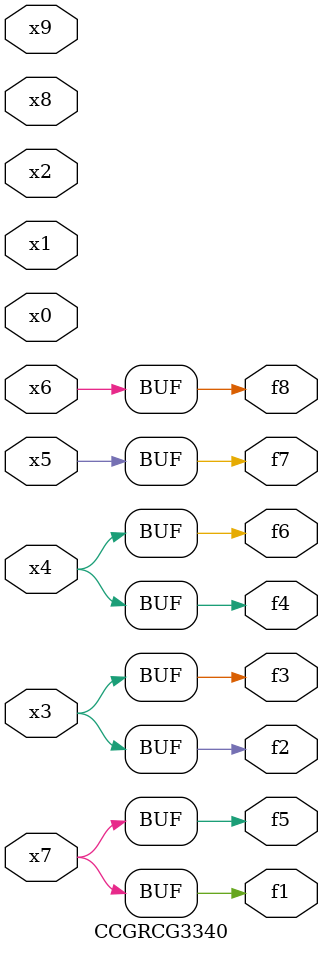
<source format=v>
module CCGRCG3340(
	input x0, x1, x2, x3, x4, x5, x6, x7, x8, x9,
	output f1, f2, f3, f4, f5, f6, f7, f8
);
	assign f1 = x7;
	assign f2 = x3;
	assign f3 = x3;
	assign f4 = x4;
	assign f5 = x7;
	assign f6 = x4;
	assign f7 = x5;
	assign f8 = x6;
endmodule

</source>
